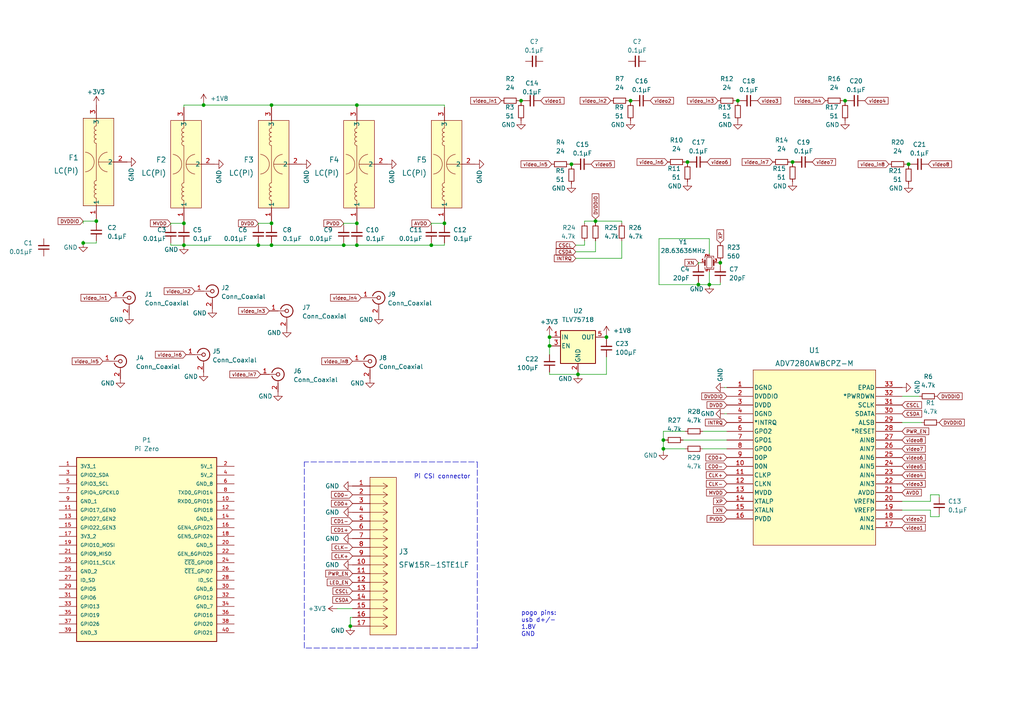
<source format=kicad_sch>
(kicad_sch (version 20211123) (generator eeschema)
  (paper "A4")
  (junction (at 101.6 181.61))
  (junction (at 202.565 82.55))
  (junction (at 192.405 130.175))
  (junction (at 208.915 76.2))
  (junction (at 78.74 30.48))
  (junction (at 103.505 71.12))
  (junction (at 151.13 29.21))
  (junction (at 24.13 70.485))
  (junction (at 245.11 29.21))
  (junction (at 103.505 64.77))
  (junction (at 125.095 71.12))
  (junction (at 263.525 47.625))
  (junction (at 159.385 97.79))
  (junction (at 175.895 97.79))
  (junction (at 128.905 64.77))
  (junction (at 59.055 30.48))
  (junction (at 53.34 64.77))
  (junction (at 53.34 71.12))
  (junction (at 553.085 153.035))
  (junction (at 182.88 29.21))
  (junction (at 229.87 46.99))
  (junction (at 159.385 100.33))
  (junction (at 103.505 30.48))
  (junction (at 192.405 127.635))
  (junction (at 172.72 64.135))
  (junction (at 165.735 47.625))
  (junction (at 167.64 108.585))
  (junction (at 205.74 82.55))
  (junction (at 403.225 64.77))
  (junction (at 213.995 29.21))
  (junction (at 74.93 71.12))
  (junction (at 516.255 86.995))
  (junction (at 78.74 64.77))
  (junction (at 27.94 64.135))
  (junction (at 553.085 155.575))
  (junction (at 99.695 71.12))
  (junction (at 78.74 71.12))
  (junction (at 199.39 46.99))
  (wire (pts (xy 59.055 30.48) (xy 78.74 30.48)))
  (wire (pts (xy 97.79 176.53) (xy 102.235 176.53)))
  (wire (pts (xy 263.525 48.26) (xy 263.525 47.625)))
  (wire (pts (xy 159.385 108.585) (xy 167.64 108.585)))
  (wire (pts (xy 213.36 29.21) (xy 213.995 29.21)))
  (wire (pts (xy 210.185 120.015) (xy 210.82 120.015)))
  (wire (pts (xy 175.895 103.505) (xy 175.895 108.585)))
  (wire (pts (xy 172.72 69.85) (xy 172.72 73.025)))
  (wire (pts (xy 552.45 153.035) (xy 553.085 153.035)))
  (wire (pts (xy 125.095 71.12) (xy 103.505 71.12)))
  (wire (pts (xy 125.095 70.485) (xy 125.095 71.12)))
  (wire (pts (xy 53.34 64.135) (xy 53.34 64.77)))
  (wire (pts (xy 169.545 64.135) (xy 172.72 64.135)))
  (wire (pts (xy 272.415 149.225) (xy 272.415 149.86)))
  (wire (pts (xy 125.095 64.77) (xy 128.905 64.77)))
  (wire (pts (xy 199.39 47.625) (xy 199.39 46.99)))
  (wire (pts (xy 103.505 30.48) (xy 128.905 30.48)))
  (wire (pts (xy 245.11 29.845) (xy 245.11 29.21)))
  (wire (pts (xy 159.385 97.79) (xy 160.02 97.79)))
  (wire (pts (xy 167.64 108.585) (xy 175.895 108.585)))
  (wire (pts (xy 172.72 73.025) (xy 167.005 73.025)))
  (wire (pts (xy 103.505 30.48) (xy 103.505 31.115)))
  (wire (pts (xy 516.255 86.995) (xy 516.89 86.995)))
  (wire (pts (xy 53.34 71.12) (xy 49.53 71.12)))
  (wire (pts (xy 552.45 155.575) (xy 553.085 155.575)))
  (wire (pts (xy 553.085 153.035) (xy 553.72 153.035)))
  (wire (pts (xy 172.72 63.5) (xy 172.72 64.135)))
  (wire (pts (xy 516.255 86.36) (xy 516.255 86.995)))
  (wire (pts (xy 261.62 145.415) (xy 269.875 145.415)))
  (wire (pts (xy 165.735 47.625) (xy 166.37 47.625)))
  (wire (pts (xy 49.53 64.77) (xy 53.34 64.77)))
  (wire (pts (xy 263.525 47.625) (xy 264.16 47.625)))
  (wire (pts (xy 172.72 64.135) (xy 180.34 64.135)))
  (polyline (pts (xy 88.265 133.985) (xy 89.535 133.985)))
  (wire (pts (xy 27.94 63.5) (xy 27.94 64.135)))
  (wire (pts (xy 244.475 29.21) (xy 245.11 29.21)))
  (wire (pts (xy 208.915 75.565) (xy 208.915 76.2)))
  (wire (pts (xy 198.755 46.99) (xy 199.39 46.99)))
  (wire (pts (xy 49.53 71.12) (xy 49.53 70.485)))
  (wire (pts (xy 403.225 74.93) (xy 401.32 74.93)))
  (wire (pts (xy 229.87 46.99) (xy 230.505 46.99)))
  (wire (pts (xy 169.545 69.85) (xy 169.545 71.12)))
  (wire (pts (xy 229.235 46.99) (xy 229.87 46.99)))
  (wire (pts (xy 103.505 71.12) (xy 99.695 71.12)))
  (wire (pts (xy 403.225 64.77) (xy 401.32 64.77)))
  (wire (pts (xy 269.875 145.415) (xy 269.875 143.51)))
  (wire (pts (xy 167.64 108.585) (xy 167.64 107.95)))
  (wire (pts (xy 510.54 94.615) (xy 516.89 94.615)))
  (polyline (pts (xy 138.43 133.985) (xy 138.43 187.96)))
  (wire (pts (xy 182.88 29.845) (xy 182.88 29.21)))
  (wire (pts (xy 180.34 74.93) (xy 167.005 74.93)))
  (wire (pts (xy 180.34 64.135) (xy 180.34 64.77)))
  (wire (pts (xy 261.62 147.955) (xy 269.875 147.955)))
  (wire (pts (xy 101.6 181.61) (xy 102.235 181.61)))
  (wire (pts (xy 74.93 70.485) (xy 74.93 71.12)))
  (wire (pts (xy 53.34 30.48) (xy 59.055 30.48)))
  (wire (pts (xy 202.565 81.915) (xy 202.565 82.55)))
  (wire (pts (xy 175.26 97.79) (xy 175.895 97.79)))
  (wire (pts (xy 24.13 64.135) (xy 27.94 64.135)))
  (wire (pts (xy 552.45 158.115) (xy 553.085 158.115)))
  (wire (pts (xy 516.255 86.995) (xy 515.62 86.995)))
  (wire (pts (xy 78.74 30.48) (xy 103.505 30.48)))
  (wire (pts (xy 272.415 143.51) (xy 272.415 144.145)))
  (wire (pts (xy 394.97 71.12) (xy 394.97 74.93)))
  (wire (pts (xy 198.755 125.095) (xy 192.405 125.095)))
  (wire (pts (xy 203.835 125.095) (xy 210.82 125.095)))
  (wire (pts (xy 159.385 107.95) (xy 159.385 108.585)))
  (wire (pts (xy 128.905 71.12) (xy 125.095 71.12)))
  (wire (pts (xy 394.97 64.77) (xy 394.97 66.04)))
  (wire (pts (xy 213.995 29.845) (xy 213.995 29.21)))
  (wire (pts (xy 447.675 80.01) (xy 441.96 80.01)))
  (wire (pts (xy 24.13 70.485) (xy 27.94 70.485)))
  (wire (pts (xy 202.565 82.55) (xy 205.74 82.55)))
  (wire (pts (xy 59.055 29.845) (xy 59.055 30.48)))
  (wire (pts (xy 74.93 71.12) (xy 53.34 71.12)))
  (wire (pts (xy 262.89 47.625) (xy 263.525 47.625)))
  (wire (pts (xy 175.895 97.79) (xy 175.895 98.425)))
  (wire (pts (xy 165.1 47.625) (xy 165.735 47.625)))
  (wire (pts (xy 24.13 64.77) (xy 24.13 64.135)))
  (wire (pts (xy 205.74 78.74) (xy 205.74 82.55)))
  (wire (pts (xy 160.02 100.33) (xy 159.385 100.33)))
  (wire (pts (xy 78.74 71.12) (xy 74.93 71.12)))
  (wire (pts (xy 198.12 127.635) (xy 210.82 127.635)))
  (wire (pts (xy 182.245 29.21) (xy 182.88 29.21)))
  (wire (pts (xy 403.225 67.31) (xy 403.225 64.77)))
  (wire (pts (xy 208.28 76.2) (xy 208.915 76.2)))
  (wire (pts (xy 192.405 130.81) (xy 192.405 130.175)))
  (wire (pts (xy 202.565 76.2) (xy 203.2 76.2)))
  (wire (pts (xy 99.695 71.12) (xy 78.74 71.12)))
  (wire (pts (xy 159.385 100.33) (xy 159.385 102.87)))
  (wire (pts (xy 128.905 70.485) (xy 128.905 71.12)))
  (wire (pts (xy 53.34 70.485) (xy 53.34 71.12)))
  (wire (pts (xy 159.385 100.33) (xy 159.385 97.79)))
  (wire (pts (xy 191.135 82.55) (xy 202.565 82.55)))
  (wire (pts (xy 125.095 65.405) (xy 125.095 64.77)))
  (wire (pts (xy 182.88 29.21) (xy 183.515 29.21)))
  (wire (pts (xy 202.565 76.835) (xy 202.565 76.2)))
  (wire (pts (xy 199.39 46.99) (xy 200.025 46.99)))
  (wire (pts (xy 203.835 130.175) (xy 210.82 130.175)))
  (wire (pts (xy 128.905 64.135) (xy 128.905 64.77)))
  (wire (pts (xy 78.74 70.485) (xy 78.74 71.12)))
  (wire (pts (xy 169.545 64.77) (xy 169.545 64.135)))
  (wire (pts (xy 49.53 65.405) (xy 49.53 64.77)))
  (wire (pts (xy 403.225 64.77) (xy 412.115 64.77)))
  (wire (pts (xy 103.505 64.77) (xy 103.505 65.405)))
  (wire (pts (xy 229.87 47.625) (xy 229.87 46.99)))
  (wire (pts (xy 151.13 29.845) (xy 151.13 29.21)))
  (wire (pts (xy 53.34 64.77) (xy 53.34 65.405)))
  (wire (pts (xy 272.415 149.86) (xy 269.875 149.86)))
  (wire (pts (xy 78.74 64.135) (xy 78.74 64.77)))
  (wire (pts (xy 192.405 125.095) (xy 192.405 127.635)))
  (wire (pts (xy 267.335 122.555) (xy 261.62 122.555)))
  (wire (pts (xy 102.235 179.07) (xy 101.6 179.07)))
  (wire (pts (xy 103.505 64.135) (xy 103.505 64.77)))
  (wire (pts (xy 553.085 155.575) (xy 553.085 153.035)))
  (wire (pts (xy 205.74 69.215) (xy 191.135 69.215)))
  (wire (pts (xy 99.695 70.485) (xy 99.695 71.12)))
  (wire (pts (xy 261.62 114.935) (xy 266.7 114.935)))
  (wire (pts (xy 269.875 143.51) (xy 272.415 143.51)))
  (wire (pts (xy 27.94 64.135) (xy 27.94 64.77)))
  (wire (pts (xy 245.11 29.21) (xy 245.745 29.21)))
  (polyline (pts (xy 88.265 187.96) (xy 88.265 133.985)))
  (wire (pts (xy 103.505 70.485) (xy 103.505 71.12)))
  (wire (pts (xy 192.405 127.635) (xy 193.04 127.635)))
  (wire (pts (xy 169.545 71.12) (xy 167.005 71.12)))
  (wire (pts (xy 159.385 97.155) (xy 159.385 97.79)))
  (wire (pts (xy 74.93 65.405) (xy 74.93 64.77)))
  (wire (pts (xy 213.995 29.21) (xy 214.63 29.21)))
  (wire (pts (xy 403.225 72.39) (xy 403.225 74.93)))
  (wire (pts (xy 509.27 86.995) (xy 510.54 86.995)))
  (wire (pts (xy 78.74 64.77) (xy 78.74 65.405)))
  (wire (pts (xy 99.695 64.77) (xy 103.505 64.77)))
  (wire (pts (xy 192.405 130.175) (xy 198.755 130.175)))
  (polyline (pts (xy 90.17 133.985) (xy 138.43 133.985)))
  (wire (pts (xy 27.94 70.485) (xy 27.94 69.85)))
  (wire (pts (xy 99.695 65.405) (xy 99.695 64.77)))
  (wire (pts (xy 78.74 30.48) (xy 78.74 31.115)))
  (wire (pts (xy 269.875 149.86) (xy 269.875 147.955)))
  (wire (pts (xy 210.185 112.395) (xy 210.82 112.395)))
  (wire (pts (xy 128.905 31.115) (xy 128.905 30.48)))
  (wire (pts (xy 151.13 29.21) (xy 151.765 29.21)))
  (wire (pts (xy 208.915 76.2) (xy 208.915 76.835)))
  (wire (pts (xy 172.72 64.135) (xy 172.72 64.77)))
  (wire (pts (xy 53.34 30.48) (xy 53.34 31.115)))
  (wire (pts (xy 515.62 102.235) (xy 516.89 102.235)))
  (wire (pts (xy 165.735 48.26) (xy 165.735 47.625)))
  (wire (pts (xy 553.085 158.115) (xy 553.085 155.575)))
  (wire (pts (xy 175.895 97.155) (xy 175.895 97.79)))
  (wire (pts (xy 396.24 64.77) (xy 394.97 64.77)))
  (wire (pts (xy 74.93 64.77) (xy 78.74 64.77)))
  (wire (pts (xy 396.24 74.93) (xy 394.97 74.93)))
  (wire (pts (xy 101.6 179.07) (xy 101.6 181.61)))
  (wire (pts (xy 150.495 29.21) (xy 151.13 29.21)))
  (wire (pts (xy 205.74 82.55) (xy 208.915 82.55)))
  (wire (pts (xy 128.905 64.77) (xy 128.905 65.405)))
  (wire (pts (xy 24.13 69.85) (xy 24.13 70.485)))
  (wire (pts (xy 192.405 127.635) (xy 192.405 130.175)))
  (wire (pts (xy 191.135 69.215) (xy 191.135 82.55)))
  (wire (pts (xy 205.74 73.66) (xy 205.74 69.215)))
  (wire (pts (xy 403.225 64.135) (xy 403.225 64.77)))
  (wire (pts (xy 208.915 82.55) (xy 208.915 81.915)))
  (wire (pts (xy 180.34 69.85) (xy 180.34 74.93)))
  (wire (pts (xy 417.195 64.77) (xy 431.8 64.77)))
  (polyline (pts (xy 138.43 187.96) (xy 88.265 187.96)))
  (text "pogo pins:\nusb d+/-\n1.8V\nGND" (at 151.13 184.785 0) (effects (font (size 1.27 1.27)) (justify left bottom)))
  (text "Pi CSI connector" (at 120.015 139.065 0) (effects (font (size 1.27 1.27)) (justify left bottom)))
  (global_label "ER+" (shape input) (at 464.185 139.065 180) (effects (font (size 1 1))) (property "Intersheet References" "${INTERSHEET_REFS}" (effects hide)))
  (global_label "CD1+" (shape input) (at 102.235 153.67 180) (effects (font (size 1 1))) (property "Intersheet References" "${INTERSHEET_REFS}" (effects hide)))
  (global_label "Vss" (shape input) (at 505.46 94.615 180) (effects (font (size 1 1))) (property "Intersheet References" "${INTERSHEET_REFS}" (effects hide)))
  (global_label "CLK-" (shape input) (at 210.82 140.335 180) (effects (font (size 1 1))) (property "Intersheet References" "${INTERSHEET_REFS}" (effects hide)))
  (global_label "DVDDIO" (shape input) (at 272.415 122.555 0) (effects (font (size 1 1))) (property "Intersheet References" "${INTERSHEET_REFS}" (effects hide)))
  (global_label "ET+" (shape input) (at 464.185 131.445 180) (effects (font (size 1 1))) (property "Intersheet References" "${INTERSHEET_REFS}" (effects hide)))
  (global_label "video_in4" (shape input) (at 239.395 29.21 180) (effects (font (size 1 1))) (property "Intersheet References" "${INTERSHEET_REFS}" (effects hide)))
  (global_label "video_in8" (shape input) (at 102.235 104.775 180) (effects (font (size 1 1))) (property "Intersheet References" "${INTERSHEET_REFS}" (effects hide)))
  (global_label "MVDD" (shape input) (at 49.53 64.77 180) (effects (font (size 1 1))) (property "Intersheet References" "${INTERSHEET_REFS}" (effects hide)))
  (global_label "CD0+" (shape input) (at 102.235 146.05 180) (effects (font (size 1 1))) (property "Intersheet References" "${INTERSHEET_REFS}" (effects hide)))
  (global_label "DVDDIO" (shape input) (at 271.78 114.935 0) (effects (font (size 1 1))) (property "Intersheet References" "${INTERSHEET_REFS}" (effects hide)))
  (global_label "video8" (shape input) (at 269.24 47.625 0) (effects (font (size 1 1))) (property "Intersheet References" "${INTERSHEET_REFS}" (effects hide)))
  (global_label "XN" (shape input) (at 210.82 147.955 180) (effects (font (size 1 1))) (property "Intersheet References" "${INTERSHEET_REFS}" (effects hide)))
  (global_label "video_in2" (shape input) (at 56.515 84.455 180) (effects (font (size 1 1))) (property "Intersheet References" "${INTERSHEET_REFS}" (effects hide)))
  (global_label "CD1-" (shape input) (at 102.235 151.13 180) (effects (font (size 1 1))) (property "Intersheet References" "${INTERSHEET_REFS}" (effects hide)))
  (global_label "CSDA" (shape input) (at 167.005 73.025 180) (effects (font (size 1 1))) (property "Intersheet References" "${INTERSHEET_REFS}" (effects hide)))
  (global_label "video1" (shape input) (at 261.62 153.035 0) (effects (font (size 1 1))) (property "Intersheet References" "${INTERSHEET_REFS}" (effects hide)))
  (global_label "video7" (shape input) (at 261.62 130.175 0) (effects (font (size 1 1))) (property "Intersheet References" "${INTERSHEET_REFS}" (effects hide)))
  (global_label "video4" (shape input) (at 250.825 29.21 0) (effects (font (size 1 1))) (property "Intersheet References" "${INTERSHEET_REFS}" (effects hide)))
  (global_label "video_in7" (shape input) (at 224.155 46.99 180) (effects (font (size 1 1))) (property "Intersheet References" "${INTERSHEET_REFS}" (effects hide)))
  (global_label "video2" (shape input) (at 261.62 150.495 0) (effects (font (size 1 1))) (property "Intersheet References" "${INTERSHEET_REFS}" (effects hide)))
  (global_label "video_in1" (shape input) (at 32.385 86.36 180) (effects (font (size 1 1))) (property "Intersheet References" "${INTERSHEET_REFS}" (effects hide)))
  (global_label "video1" (shape input) (at 156.845 29.21 0) (effects (font (size 1 1))) (property "Intersheet References" "${INTERSHEET_REFS}" (effects hide)))
  (global_label "PVDD" (shape input) (at 210.82 150.495 180) (effects (font (size 1 1))) (property "Intersheet References" "${INTERSHEET_REFS}" (effects hide)))
  (global_label "PoEGND" (shape input) (at 394.97 74.93 180) (effects (font (size 1 1))) (property "Intersheet References" "${INTERSHEET_REFS}" (effects hide)))
  (global_label "VSS" (shape input) (at 552.45 142.875 0) (effects (font (size 1 1))) (property "Intersheet References" "${INTERSHEET_REFS}" (effects hide)))
  (global_label "Vss" (shape input) (at 403.225 74.93 270) (effects (font (size 1 1))) (property "Intersheet References" "${INTERSHEET_REFS}" (effects hide)))
  (global_label "video2" (shape input) (at 188.595 29.21 0) (effects (font (size 1 1))) (property "Intersheet References" "${INTERSHEET_REFS}" (effects hide)))
  (global_label "DVDD" (shape input) (at 74.93 64.77 180) (effects (font (size 1 1))) (property "Intersheet References" "${INTERSHEET_REFS}" (effects hide)))
  (global_label "video_in7" (shape input) (at 75.565 108.585 180) (effects (font (size 1 1))) (property "Intersheet References" "${INTERSHEET_REFS}" (effects hide)))
  (global_label "ET-" (shape input) (at 366.395 128.905 180) (effects (font (size 1 1))) (property "Intersheet References" "${INTERSHEET_REFS}" (effects hide)))
  (global_label "LED_EN" (shape input) (at 102.235 168.91 180) (effects (font (size 1 1))) (property "Intersheet References" "${INTERSHEET_REFS}" (effects hide)))
  (global_label "PoEGND" (shape input) (at 469.265 100.965 0) (effects (font (size 1 1))) (property "Intersheet References" "${INTERSHEET_REFS}" (effects hide)))
  (global_label "CSCL" (shape input) (at 167.005 71.12 180) (effects (font (size 1 1))) (property "Intersheet References" "${INTERSHEET_REFS}" (effects hide)))
  (global_label "video3" (shape input) (at 261.62 140.335 0) (effects (font (size 1 1))) (property "Intersheet References" "${INTERSHEET_REFS}" (effects hide)))
  (global_label "AVDD" (shape input) (at 125.095 64.77 180) (effects (font (size 1 1))) (property "Intersheet References" "${INTERSHEET_REFS}" (effects hide)))
  (global_label "video_in5" (shape input) (at 160.02 47.625 180) (effects (font (size 1 1))) (property "Intersheet References" "${INTERSHEET_REFS}" (effects hide)))
  (global_label "ER-" (shape input) (at 464.185 144.145 180) (effects (font (size 1 1))) (property "Intersheet References" "${INTERSHEET_REFS}" (effects hide)))
  (global_label "video5" (shape input) (at 171.45 47.625 0) (effects (font (size 1 1))) (property "Intersheet References" "${INTERSHEET_REFS}" (effects hide)))
  (global_label "PoEVDD" (shape input) (at 454.025 100.965 180) (effects (font (size 1 1))) (property "Intersheet References" "${INTERSHEET_REFS}" (effects hide)))
  (global_label "ER-" (shape input) (at 366.395 136.525 180) (effects (font (size 1 1))) (property "Intersheet References" "${INTERSHEET_REFS}" (effects hide)))
  (global_label "sw" (shape input) (at 552.45 94.615 0) (effects (font (size 1 1))) (property "Intersheet References" "${INTERSHEET_REFS}" (effects hide)))
  (global_label "ET+" (shape input) (at 366.395 131.445 180) (effects (font (size 1 1))) (property "Intersheet References" "${INTERSHEET_REFS}" (effects hide)))
  (global_label "ET-" (shape input) (at 464.185 136.525 180) (effects (font (size 1 1))) (property "Intersheet References" "${INTERSHEET_REFS}" (effects hide)))
  (global_label "video_in3" (shape input) (at 78.105 90.17 180) (effects (font (size 1 1))) (property "Intersheet References" "${INTERSHEET_REFS}" (effects hide)))
  (global_label "ER+" (shape input) (at 366.395 133.985 180) (effects (font (size 1 1))) (property "Intersheet References" "${INTERSHEET_REFS}" (effects hide)))
  (global_label "CLK-" (shape input) (at 102.235 158.75 180) (effects (font (size 1 1))) (property "Intersheet References" "${INTERSHEET_REFS}" (effects hide)))
  (global_label "sw" (shape input) (at 552.45 92.075 0) (effects (font (size 1 1))) (property "Intersheet References" "${INTERSHEET_REFS}" (effects hide)))
  (global_label "PoEVDD" (shape input) (at 394.97 64.77 180) (effects (font (size 1 1))) (property "Intersheet References" "${INTERSHEET_REFS}" (effects hide)))
  (global_label "CLK+" (shape input) (at 210.82 137.795 180) (effects (font (size 1 1))) (property "Intersheet References" "${INTERSHEET_REFS}" (effects hide)))
  (global_label "AVDD" (shape input) (at 261.62 142.875 0) (effects (font (size 1 1))) (property "Intersheet References" "${INTERSHEET_REFS}" (effects hide)))
  (global_label "XN" (shape input) (at 202.565 76.2 180) (effects (font (size 1 1))) (property "Intersheet References" "${INTERSHEET_REFS}" (effects hide)))
  (global_label "CD0-" (shape input) (at 102.235 143.51 180) (effects (font (size 1 1))) (property "Intersheet References" "${INTERSHEET_REFS}" (effects hide)))
  (global_label "video5" (shape input) (at 261.62 135.255 0) (effects (font (size 1 1))) (property "Intersheet References" "${INTERSHEET_REFS}" (effects hide)))
  (global_label "CSCL" (shape input) (at 261.62 117.475 0) (effects (font (size 1 1))) (property "Intersheet References" "${INTERSHEET_REFS}" (effects hide)))
  (global_label "CT2" (shape input) (at 461.645 93.345 90) (effects (font (size 1 1))) (property "Intersheet References" "${INTERSHEET_REFS}" (effects hide)))
  (global_label "CT1" (shape input) (at 461.645 108.585 270) (effects (font (size 1 1))) (property "Intersheet References" "${INTERSHEET_REFS}" (effects hide)))
  (global_label "video8" (shape input) (at 261.62 127.635 0) (effects (font (size 1 1))) (property "Intersheet References" "${INTERSHEET_REFS}" (effects hide)))
  (global_label "video_in2" (shape input) (at 177.165 29.21 180) (effects (font (size 1 1))) (property "Intersheet References" "${INTERSHEET_REFS}" (effects hide)))
  (global_label "CSDA" (shape input) (at 261.62 120.015 0) (effects (font (size 1 1))) (property "Intersheet References" "${INTERSHEET_REFS}" (effects hide)))
  (global_label "INTRQ" (shape input) (at 210.82 122.555 180) (effects (font (size 1 1))) (property "Intersheet References" "${INTERSHEET_REFS}" (effects hide)))
  (global_label "sw" (shape input) (at 431.8 72.39 180) (effects (font (size 1 1))) (property "Intersheet References" "${INTERSHEET_REFS}" (effects hide)))
  (global_label "CSCL" (shape input) (at 102.235 171.45 180) (effects (font (size 1 1))) (property "Intersheet References" "${INTERSHEET_REFS}" (effects hide)))
  (global_label "CSDA" (shape input) (at 102.235 173.99 180) (effects (font (size 1 1))) (property "Intersheet References" "${INTERSHEET_REFS}" (effects hide)))
  (global_label "video_in5" (shape input) (at 29.845 104.775 180) (effects (font (size 1 1))) (property "Intersheet References" "${INTERSHEET_REFS}" (effects hide)))
  (global_label "CLK+" (shape input) (at 102.235 161.29 180) (effects (font (size 1 1))) (property "Intersheet References" "${INTERSHEET_REFS}" (effects hide)))
  (global_label "CD0+" (shape input) (at 210.82 132.715 180) (effects (font (size 1 1))) (property "Intersheet References" "${INTERSHEET_REFS}" (effects hide)))
  (global_label "video_in8" (shape input) (at 257.81 47.625 180) (effects (font (size 1 1))) (property "Intersheet References" "${INTERSHEET_REFS}" (effects hide)))
  (global_label "CD0-" (shape input) (at 210.82 135.255 180) (effects (font (size 1 1))) (property "Intersheet References" "${INTERSHEET_REFS}" (effects hide)))
  (global_label "VSS" (shape input) (at 552.45 145.415 0) (effects (font (size 1 1))) (property "Intersheet References" "${INTERSHEET_REFS}" (effects hide)))
  (global_label "video_in6" (shape input) (at 193.675 46.99 180) (effects (font (size 1 1))) (property "Intersheet References" "${INTERSHEET_REFS}" (effects hide)))
  (global_label "video_in4" (shape input) (at 104.775 86.36 180) (effects (font (size 1 1))) (property "Intersheet References" "${INTERSHEET_REFS}" (effects hide)))
  (global_label "INTRQ" (shape input) (at 167.005 74.93 180) (effects (font (size 1 1))) (property "Intersheet References" "${INTERSHEET_REFS}" (effects hide)))
  (global_label "DVDDIO" (shape input) (at 210.82 114.935 180) (effects (font (size 1 1))) (property "Intersheet References" "${INTERSHEET_REFS}" (effects hide)))
  (global_label "PWR_EN" (shape input) (at 102.235 166.37 180) (effects (font (size 1 1))) (property "Intersheet References" "${INTERSHEET_REFS}" (effects hide)))
  (global_label "DVDDIO" (shape input) (at 172.72 63.5 90) (effects (font (size 1 1))) (property "Intersheet References" "${INTERSHEET_REFS}" (effects hide)))
  (global_label "CT1" (shape input) (at 464.185 133.985 180) (effects (font (size 1 1))) (property "Intersheet References" "${INTERSHEET_REFS}" (effects hide)))
  (global_label "PVDD" (shape input) (at 99.695 64.77 180) (effects (font (size 1 1))) (property "Intersheet References" "${INTERSHEET_REFS}" (effects hide)))
  (global_label "DVDD" (shape input) (at 210.82 117.475 180) (effects (font (size 1 1))) (property "Intersheet References" "${INTERSHEET_REFS}" (effects hide)))
  (global_label "video3" (shape input) (at 219.71 29.21 0) (effects (font (size 1 1))) (property "Intersheet References" "${INTERSHEET_REFS}" (effects hide)))
  (global_label "PWR_EN" (shape input) (at 261.62 125.095 0) (effects (font (size 1 1))) (property "Intersheet References" "${INTERSHEET_REFS}" (effects hide)))
  (global_label "video6" (shape input) (at 205.105 46.99 0) (effects (font (size 1 1))) (property "Intersheet References" "${INTERSHEET_REFS}" (effects hide)))
  (global_label "video_in3" (shape input) (at 208.28 29.21 180) (effects (font (size 1 1))) (property "Intersheet References" "${INTERSHEET_REFS}" (effects hide)))
  (global_label "video7" (shape input) (at 235.585 46.99 0) (effects (font (size 1 1))) (property "Intersheet References" "${INTERSHEET_REFS}" (effects hide)))
  (global_label "video4" (shape input) (at 261.62 137.795 0) (effects (font (size 1 1))) (property "Intersheet References" "${INTERSHEET_REFS}" (effects hide)))
  (global_label "video6" (shape input) (at 261.62 132.715 0) (effects (font (size 1 1))) (property "Intersheet References" "${INTERSHEET_REFS}" (effects hide)))
  (global_label "DVDDIO" (shape input) (at 24.13 64.135 180) (effects (font (size 1 1))) (property "Intersheet References" "${INTERSHEET_REFS}" (effects hide)))
  (global_label "video_in6" (shape input) (at 53.975 102.87 180) (effects (font (size 1 1))) (property "Intersheet References" "${INTERSHEET_REFS}" (effects hide)))
  (global_label "video_in1" (shape input) (at 145.415 29.21 180) (effects (font (size 1 1))) (property "Intersheet References" "${INTERSHEET_REFS}" (effects hide)))
  (global_label "CT2" (shape input) (at 464.185 141.605 180) (effects (font (size 1 1))) (property "Intersheet References" "${INTERSHEET_REFS}" (effects hide)))
  (global_label "XP" (shape input) (at 208.915 70.485 90) (effects (font (size 1 1))) (property "Intersheet References" "${INTERSHEET_REFS}" (effects hide)))
  (global_label "XP" (shape input) (at 210.82 145.415 180) (effects (font (size 1 1))) (property "Intersheet References" "${INTERSHEET_REFS}" (effects hide)))
  (global_label "MVDD" (shape input) (at 210.82 142.875 180) (effects (font (size 1 1))) (property "Intersheet References" "${INTERSHEET_REFS}" (effects hide)))
  (symbol (lib_id "power:GND") (at 261.62 112.395 90) (unit 1)
    (property "Reference" "#PWR0113" (effects hide))
    (property "Value" "GND" (at 266.065 114.3 0) (effects (justify left)))
  )
  (symbol (lib_id "Device:C_Small") (at 248.285 29.21 270) (unit 1)
    (property "Reference" "C20" (at 248.2786 23.495 90))
    (property "Value" "0.1μF" (at 248.2786 26.035 90))
    (property "Footprint" "AU:R_0201_0603Metric" (effects hide))
    (property "MPN" "GRM033Z71C104KE14D" (effects hide))
    (property "Manufacturer" "Murata Electronics" (effects hide))
    (property "Temp Coeff" "X7R" (effects hide))
    (property "Tolerance" "10%" (effects hide))
    (property "Voltage" "16V" (effects hide))
  )
  (symbol (lib_id "Device:C_Small") (at 272.415 146.685 180) (unit 1)
    (property "Reference" "C13" (at 274.955 145.4085 0) (effects (justify right)))
    (property "Value" "0.1μF" (at 274.955 147.9485 0) (effects (justify right)))
    (property "Footprint" "Capacitor_SMD:C_0402_1005Metric" (effects hide))
    (property "MPN" "CC0402KRX7R7BB104" (effects hide))
    (property "Manufacturer" "YAGEO" (effects hide))
    (property "Temp Coeff" "X7R" (effects hide))
    (property "Tolerance" "10%" (effects hide))
    (property "Voltage" "16V" (effects hide))
    (property "JLCPCB PN" "C60474" (effects hide))
  )
  (symbol (lib_id "power:GND") (at 61.595 89.535 0) (unit 1)
    (property "Reference" "#PWR0127" (effects hide))
    (property "Value" "GND" (at 55.88 90.805 0) (effects (justify left)))
  )
  (symbol (lib_id "Device:C_Small") (at 49.53 67.945 0) (mirror x) (unit 1)
    (property "Reference" "C3" (at 48.26 66.6685 0) (effects (justify right)))
    (property "Value" "0.01μF" (at 48.26 69.2085 0) (effects (justify right)))
    (property "Footprint" "Capacitor_SMD:C_0402_1005Metric" (effects hide))
    (property "MPN" "CL05B103KB5NNNC" (effects hide))
    (property "Manufacturer" "Samsung Electro-Mechanics" (effects hide))
    (property "Voltage" "50V" (effects hide))
    (property "Tolerance" "10%" (effects hide))
    (property "Temp. Coeff." "X7R" (effects hide))
    (property "JLCPCB PN" "C15195" (effects hide))
  )
  (symbol (lib_id "power:+1V8") (at 59.055 29.845 0) (unit 1)
    (property "Reference" "#PWR0130" (effects hide))
    (property "Value" "+1V8" (at 60.96 28.5749 0) (effects (justify left)))
  )
  (symbol (lib_id "power:GND") (at 107.315 109.855 0) (unit 1)
    (property "Reference" "#PWR0141" (effects hide))
    (property "Value" "GND" (at 101.6 111.125 0) (effects (justify left)))
  )
  (symbol (lib_id "Device:R_Small") (at 151.13 32.385 0) (mirror y) (unit 1)
    (property "Reference" "R3" (at 149.225 31.1149 0) (effects (justify left)))
    (property "Value" "51" (at 149.225 33.6549 0) (effects (justify left)))
    (property "Footprint" "Resistor_SMD:R_0402_1005Metric" (effects hide))
    (property "MPN" "RT0402FRE0751RL" (effects hide))
    (property "Manufacturer" "YAGEO" (effects hide))
    (property "Tolerance" "1%" (effects hide))
    (property "Power" "1/16W" (effects hide))
    (property "JLCPCB PN" "C227127" (effects hide))
  )
  (symbol (lib_id "AU:NFE31PT101C1E9L") (at 103.505 67.945 90) (unit 1)
    (property "Reference" "F4" (at 98.425 46.355 90) (effects (font (size 1.524 1.524)) (justify left)))
    (property "Value" "LC(PI)" (at 98.425 50.165 90) (effects (font (size 1.524 1.524)) (justify left)))
    (property "Footprint" "AU:NFE31PT101C1E9L_MUR" (effects hide))
    (property "MPN" "NFE31PT101C1E9L" (effects hide))
    (property "Manufacturer" "Murata Electronics" (effects hide))
  )
  (symbol (lib_id "power:GND") (at 36.83 46.99 90) (unit 1)
    (property "Reference" "#PWR0134" (effects hide))
    (property "Value" "GND" (at 38.1 52.705 0) (effects (justify left)))
  )
  (symbol (lib_id "Device:R_Small") (at 263.525 50.8 0) (mirror y) (unit 1)
    (property "Reference" "R21" (at 261.62 49.5299 0) (effects (justify left)))
    (property "Value" "51" (at 261.62 52.0699 0) (effects (justify left)))
    (property "Footprint" "Resistor_SMD:R_0201_0603Metric" (effects hide))
    (property "MPN" "RMCF0201FT51R0" (effects hide))
    (property "Manufacturer" "Stackpole Electronics Inc" (effects hide))
    (property "Tolerance" "1%" (effects hide))
    (property "Power" "1/20W" (effects hide))
  )
  (symbol (lib_id "power:GND") (at 263.525 53.34 0) (unit 1)
    (property "Reference" "#PWR0111" (effects hide))
    (property "Value" "GND" (at 257.81 54.61 0) (effects (justify left)))
  )
  (symbol (lib_id "Device:C_Small") (at 217.17 29.21 270) (unit 1)
    (property "Reference" "C18" (at 217.1636 23.495 90))
    (property "Value" "0.1μF" (at 217.1636 26.035 90))
    (property "Footprint" "AU:R_0201_0603Metric" (effects hide))
    (property "MPN" "GRM033Z71C104KE14D" (effects hide))
    (property "Manufacturer" "Murata Electronics" (effects hide))
    (property "Temp Coeff" "X7R" (effects hide))
    (property "Tolerance" "10%" (effects hide))
    (property "Voltage" "16V" (effects hide))
  )
  (symbol (lib_id "power:GND") (at 102.235 148.59 270) (unit 1)
    (property "Reference" "#PWR0102" (effects hide))
    (property "Value" "GND" (at 98.425 148.5899 90) (effects (justify right)))
  )
  (symbol (lib_id "AU:ADV7280AWBCPZ-M") (at 210.82 112.395 0) (unit 1)
    (property "Reference" "U1" (at 236.22 101.6 0) (effects (font (size 1.524 1.524))))
    (property "Value" "ADV7280AWBCPZ-M" (at 236.22 105.41 0) (effects (font (size 1.524 1.524))))
    (property "Footprint" "AU:CP_32_12_ADI" (effects hide))
    (property "Datasheet" "ADV7280AWBCPZ-M-RL" (effects hide))
  )
  (symbol (lib_id "power:GND") (at 205.74 82.55 0) (unit 1)
    (property "Reference" "#PWR0129" (effects hide))
    (property "Value" "GND" (at 200.025 83.82 0) (effects (justify left)))
  )
  (symbol (lib_id "Device:D_Small") (at 450.215 80.01 180) (unit 1)
    (property "Reference" "D5" (at 450.215 73.66 0))
    (property "Value" "SBR8U60P5-13" (at 450.215 76.2 0))
    (property "MPN" "SBR8U60P5-13" (effects hide))
    (property "Manufacturer" "Diodes Incorporated" (effects hide))
  )
  (symbol (lib_id "power:+3.3V") (at 27.94 30.48 0) (unit 1)
    (property "Reference" "#PWR0124" (effects hide))
    (property "Value" "+3.3V" (at 30.48 26.67 0) (effects (justify right)))
  )
  (symbol (lib_id "Device:C_Small") (at 168.91 47.625 270) (unit 1)
    (property "Reference" "C15" (at 168.9036 41.91 90))
    (property "Value" "0.1μF" (at 168.9036 44.45 90))
    (property "Footprint" "AU:R_0201_0603Metric" (effects hide))
    (property "MPN" "GRM033Z71C104KE14D" (effects hide))
    (property "Manufacturer" "Murata Electronics" (effects hide))
    (property "Temp Coeff" "X7R" (effects hide))
    (property "Tolerance" "10%" (effects hide))
    (property "Voltage" "16V" (effects hide))
  )
  (symbol (lib_id "AU:NFE31PT101C1E9L") (at 53.34 67.945 90) (unit 1)
    (property "Reference" "F2" (at 48.26 46.355 90) (effects (font (size 1.524 1.524)) (justify left)))
    (property "Value" "LC(PI)" (at 48.26 50.165 90) (effects (font (size 1.524 1.524)) (justify left)))
    (property "Footprint" "AU:NFE31PT101C1E9L_MUR" (effects hide))
    (property "MPN" "NFE31PT101C1E9L" (effects hide))
    (property "Manufacturer" "Murata Electronics" (effects hide))
  )
  (symbol (lib_id "Device:C_Small") (at 394.97 68.58 0) (mirror x) (unit 1)
    (property "Reference" "C28" (at 391.795 67.3035 0) (effects (justify right)))
    (property "Value" "0.01μF" (at 391.795 69.8435 0) (effects (justify right)))
    (property "Footprint" "Capacitor_SMD:C_0402_1005Metric" (effects hide))
    (property "MPN" "CL05B103KB5NNNC" (effects hide))
    (property "Manufacturer" "Samsung Electro-Mechanics" (effects hide))
    (property "Voltage" "50V" (effects hide))
    (property "Tolerance" "10%" (effects hide))
    (property "Temp. Coeff." "X7R" (effects hide))
    (property "JLCPCB PN" "C15195" (effects hide))
  )
  (symbol (lib_id "Device:C_Small") (at 266.7 47.625 270) (unit 1)
    (property "Reference" "C21" (at 266.6936 41.91 90))
    (property "Value" "0.1μF" (at 266.6936 44.45 90))
    (property "Footprint" "AU:R_0201_0603Metric" (effects hide))
    (property "MPN" "GRM033Z71C104KE14D" (effects hide))
    (property "Manufacturer" "Murata Electronics" (effects hide))
    (property "Temp Coeff" "X7R" (effects hide))
    (property "Tolerance" "10%" (effects hide))
    (property "Voltage" "16V" (effects hide))
  )
  (symbol (lib_id "Device:R_Small") (at 241.935 29.21 90) (unit 1)
    (property "Reference" "R16" (at 241.935 22.86 90))
    (property "Value" "24" (at 241.935 25.4 90))
    (property "Footprint" "Resistor_SMD:R_0201_0603Metric" (effects hide))
    (property "MPN" "ERJ-1GNF24R0C" (effects hide))
    (property "Manufacturer" "Panasonic Electronic Components" (effects hide))
    (property "Tolerance" "1%" (effects hide))
    (property "Power" "1/20W" (effects hide))
  )
  (symbol (lib_id "Device:C_Small") (at 175.895 100.965 180) (unit 1)
    (property "Reference" "C23" (at 178.435 99.6885 0) (effects (justify right)))
    (property "Value" "100μF" (at 178.435 102.2285 0) (effects (justify right)))
    (property "Footprint" "Capacitor_SMD:C_0805_2012Metric" (effects hide))
    (property "MPN" "MSASJ21GBB5107MTCA01" (effects hide))
    (property "Manufacturer" "Taiyo Yuden" (effects hide))
  )
  (symbol (lib_id "power:GNDA") (at 441.96 69.85 90) (unit 1)
    (property "Reference" "#PWR0137" (effects hide))
    (property "Value" "GNDA" (at 445.77 69.8499 90) (effects (justify right)))
  )
  (symbol (lib_id "Device:C_Small") (at 186.055 29.21 270) (unit 1)
    (property "Reference" "C16" (at 186.0486 23.495 90))
    (property "Value" "0.1μF" (at 186.0486 26.035 90))
    (property "Footprint" "Capacitor_SMD:C_0402_1005Metric" (effects hide))
    (property "MPN" "CC0402KRX7R7BB104" (effects hide))
    (property "Manufacturer" "YAGEO" (effects hide))
    (property "Temp Coeff" "X7R" (effects hide))
    (property "Tolerance" "10%" (effects hide))
    (property "Voltage" "16V" (effects hide))
    (property "JLCPCB PN" "C60474" (effects hide))
  )
  (symbol (lib_id "Device:C_Small") (at 202.565 79.375 0) (mirror x) (unit 1)
    (property "Reference" "C4" (at 200.025 78.0985 0) (effects (justify right)))
    (property "Value" "20pF" (at 200.025 80.6385 0) (effects (justify right)))
    (property "Footprint" "Capacitor_SMD:C_0402_1005Metric" (effects hide))
    (property "MPN" "GRT1555C1H200FA02D" (effects hide))
    (property "Manufacturer" "Murata Electronics" (effects hide))
    (property "Temp Coeff" "C0G/NP0" (effects hide))
    (property "Tolerance" "1%" (effects hide))
    (property "JLCPCB PN" "C437436" (effects hide))
  )
  (symbol (lib_id "power:GND") (at 109.855 91.44 0) (unit 1)
    (property "Reference" "#PWR0140" (effects hide))
    (property "Value" "GND" (at 104.14 92.71 0) (effects (justify left)))
  )
  (symbol (lib_id "power:GND") (at 167.64 108.585 0) (unit 1)
    (property "Reference" "#PWR0115" (effects hide))
    (property "Value" "GND" (at 161.925 109.855 0) (effects (justify left)))
  )
  (symbol (lib_id "power:GND") (at 182.88 34.925 0) (unit 1)
    (property "Reference" "#PWR0112" (effects hide))
    (property "Value" "GND" (at 177.165 36.195 0) (effects (justify left)))
  )
  (symbol (lib_id "Device:C_Small") (at 403.225 69.85 0) (unit 1)
    (property "Reference" "C29" (at 406.4 68.5862 0) (effects (justify left)))
    (property "Value" "0.01μF" (at 406.4 71.1262 0) (effects (justify left)))
    (property "Footprint" "Capacitor_SMD:C_0402_1005Metric" (effects hide))
    (property "MPN" "CL05B103KB5NNNC" (effects hide))
    (property "Manufacturer" "Samsung Electro-Mechanics" (effects hide))
    (property "Voltage" "50V" (effects hide))
    (property "Tolerance" "10%" (effects hide))
    (property "Temp. Coeff." "X7R" (effects hide))
    (property "JLCPCB PN" "C15195" (effects hide))
  )
  (symbol (lib_id "Diode_Bridge:DF01S1") (at 461.645 100.965 180) (unit 1)
    (property "Reference" "D4" (at 454.66 107.95 0))
    (property "Value" "BR" (at 456.565 106.045 0))
    (property "Footprint" "Diode_SMD:Diode_Bridge_Diotec_SO-DIL-Slim" (effects hide))
    (property "Datasheet" "https://www.onsemi.com/download/data-sheet/pdf/df10s-d.pdf" (effects hide))
    (property "MPN" "B125S15A" (effects hide))
    (property "Manufacturer" "Diotec Semiconductor" (effects hide))
    (property "Alt PN" "DF02S" (effects hide))
  )
  (symbol (lib_id "Connector:Conn_Coaxial") (at 37.465 86.36 0) (unit 1)
    (property "Reference" "J1" (at 41.91 85.3831 0) (effects (justify left)))
    (property "Value" "Conn_Coaxial" (at 41.91 87.9231 0) (effects (justify left)))
    (property "Footprint" "Connector_Coaxial:SMA_Amphenol_901-144_Vertical" (effects hide))
    (property "Datasheet" " ~" (effects hide))
  )
  (symbol (lib_id "AU:NFE31PT101C1E9L") (at 128.905 67.945 90) (unit 1)
    (property "Reference" "F5" (at 123.825 46.355 90) (effects (font (size 1.524 1.524)) (justify left)))
    (property "Value" "LC(PI)" (at 123.825 50.165 90) (effects (font (size 1.524 1.524)) (justify left)))
    (property "Footprint" "AU:NFE31PT101C1E9L_MUR" (effects hide))
    (property "MPN" "NFE31PT101C1E9L" (effects hide))
    (property "Manufacturer" "Murata Electronics" (effects hide))
  )
  (symbol (lib_id "Device:C_Small") (at 184.785 17.78 270) (unit 1)
    (property "Reference" "C?" (at 184.7786 12.065 90))
    (property "Value" "0.1μF" (at 184.7786 14.605 90))
    (property "Footprint" "AU:R_0201_0603Metric" (effects hide))
    (property "MPN" "GRM033Z71C104KE14D" (effects hide))
    (property "Manufacturer" "Murata Electronics" (effects hide))
    (property "Temp Coeff" "X7R" (effects hide))
    (property "Tolerance" "10%" (effects hide))
    (property "Voltage" "16V" (effects hide))
  )
  (symbol (lib_id "Device:C_Small") (at 74.93 67.945 0) (mirror x) (unit 1)
    (property "Reference" "C6" (at 71.755 66.6685 0) (effects (justify right)))
    (property "Value" "0.01μF" (at 71.755 69.2085 0) (effects (justify right)))
    (property "Footprint" "Capacitor_SMD:C_0402_1005Metric" (effects hide))
    (property "MPN" "CL05B103KB5NNNC" (effects hide))
    (property "Manufacturer" "Samsung Electro-Mechanics" (effects hide))
    (property "Voltage" "50V" (effects hide))
    (property "Tolerance" "10%" (effects hide))
    (property "Temp. Coeff." "X7R" (effects hide))
    (property "JLCPCB PN" "C15195" (effects hide))
  )
  (symbol (lib_id "power:VDD") (at 552.45 79.375 270) (unit 1)
    (property "Reference" "#PWR0126" (effects hide))
    (property "Value" "VDD" (at 556.26 79.3749 0) (effects (justify left)))
  )
  (symbol (lib_id "Device:D_Schottky") (at 488.315 88.9 0) (unit 1)
    (property "Reference" "D2" (at 487.9975 82.55 0))
    (property "Value" "BAT46W" (at 487.9975 85.09 0))
    (property "Footprint" "Diode_SMD:D_SOD-123" (effects hide))
    (property "MPN" "BAT46W" (effects hide))
    (property "Manufacturer" "Diotec Semiconductor" (effects hide))
    (property "Reverse Voltage" "100V" (effects hide))
  )
  (symbol (lib_id "power:+3.3V") (at 159.385 97.155 0) (unit 1)
    (property "Reference" "#PWR0135" (effects hide))
    (property "Value" "+3.3V" (at 161.925 93.345 0) (effects (justify right)))
  )
  (symbol (lib_id "Connector:Conn_Coaxial") (at 109.855 86.36 0) (unit 1)
    (property "Reference" "J9" (at 112.395 85.3831 0) (effects (justify left)))
    (property "Value" "Conn_Coaxial" (at 112.395 87.9231 0) (effects (justify left)))
    (property "Footprint" "Connector_Coaxial:SMA_Amphenol_901-144_Vertical" (effects hide))
    (property "Datasheet" " ~" (effects hide))
  )
  (symbol (lib_id "Regulator_Linear:TLV75718PDBV") (at 167.64 100.33 0) (unit 1)
    (property "Reference" "U2" (at 167.64 90.17 0))
    (property "Value" "TLV75718" (at 167.64 92.71 0))
    (property "Footprint" "Package_TO_SOT_SMD:SOT-23-5" (effects hide))
    (property "Datasheet" "https://www.ti.com/lit/ds/symlink/tlv757p.pdf" (effects hide))
    (property "JLCPCB PN" "C507270" (effects hide))
  )
  (symbol (lib_id "power:GND") (at 80.645 113.665 0) (unit 1)
    (property "Reference" "#PWR0143" (effects hide))
    (property "Value" "GND" (at 74.93 114.935 0) (effects (justify left)))
  )
  (symbol (lib_id "power:GND") (at 102.235 163.83 270) (unit 1)
    (property "Reference" "#PWR0106" (effects hide))
    (property "Value" "GND" (at 98.425 163.8299 90) (effects (justify right)))
  )
  (symbol (lib_id "Device:C_Small") (at 159.385 105.41 0) (mirror x) (unit 1)
    (property "Reference" "C22" (at 156.21 104.1335 0) (effects (justify right)))
    (property "Value" "100μF" (at 156.21 106.6735 0) (effects (justify right)))
    (property "Footprint" "Capacitor_SMD:C_0805_2012Metric" (effects hide))
    (property "MPN" "MSASJ21GBB5107MTCA01" (effects hide))
    (property "Manufacturer" "Taiyo Yuden" (effects hide))
  )
  (symbol (lib_id "power:GND") (at 165.735 53.34 0) (unit 1)
    (property "Reference" "#PWR0114" (effects hide))
    (property "Value" "GND" (at 160.02 54.61 0) (effects (justify left)))
  )
  (symbol (lib_id "Device:R_Small") (at 162.56 47.625 90) (unit 1)
    (property "Reference" "R4" (at 162.56 41.275 90))
    (property "Value" "24" (at 162.56 43.815 90))
    (property "Footprint" "Resistor_SMD:R_0201_0603Metric" (effects hide))
    (property "MPN" "ERJ-1GNF24R0C" (effects hide))
    (property "Manufacturer" "Panasonic Electronic Components" (effects hide))
    (property "Tolerance" "1%" (effects hide))
    (property "Power" "1/20W" (effects hide))
  )
  (symbol (lib_id "power:GND") (at 112.395 47.625 90) (unit 1)
    (property "Reference" "#PWR0122" (effects hide))
    (property "Value" "GND" (at 113.665 53.34 0) (effects (justify left)))
  )
  (symbol (lib_id "AU:MP8007GV-Z") (at 534.67 114.935 0) (unit 1)
    (property "Reference" "U4" (at 534.67 71.755 0))
    (property "Value" "MP8007GV-Z" (at 534.67 74.295 0))
    (property "Footprint" "AU:QFN50P500X400X100-29N" (effects hide))
    (property "B_NOM" "0.24" (effects hide))
    (property "D_MAX" "5.1" (effects hide))
    (property "B_MIN" "0.18" (effects hide))
    (property "B_MAX" "0.3" (effects hide))
    (property "ENOM" "0.5" (effects hide))
    (property "D_NOM" "5.0" (effects hide))
    (property "L_MAX" "0.45" (effects hide))
    (property "A_MAX" "1.0" (effects hide))
    (property "E2_NOM" "2.65" (effects hide))
    (property "D2_NOM" "3.65" (effects hide))
    (property "E_NOM" "4.0" (effects hide))
    (property "STANDARD" "IPC 7351B" (effects hide))
    (property "L_NOM" "0.4" (effects hide))
    (property "MANUFACTURER" "Monolithic Power Systems Inc." (effects hide))
    (property "PIN_COUNT_E" "6.0" (effects hide))
    (property "PIN_COUNT_D" "8.0" (effects hide))
    (property "E_MIN" "3.9" (effects hide))
    (property "D_MIN" "4.9" (effects hide))
    (property "L_MIN" "0.35" (effects hide))
    (property "E_MAX" "4.1" (effects hide))
  )
  (symbol (lib_id "power:GND") (at 53.34 71.12 0) (unit 1)
    (property "Reference" "#PWR0119" (effects hide))
    (property "Value" "GND" (at 47.625 72.39 0) (effects (justify left)))
  )
  (symbol (lib_id "Device:R_Small") (at 269.875 122.555 90) (mirror x) (unit 1)
    (property "Reference" "R1" (at 269.875 116.84 90))
    (property "Value" "4.7k" (at 269.875 119.38 90))
    (property "Footprint" "Resistor_SMD:R_0402_1005Metric" (effects hide))
    (property "MPN" "RC0402JR-074K7L" (effects hide))
    (property "Manufacturer" "YAGEO" (effects hide))
    (property "Power" "1/16W" (effects hide))
    (property "Tolerance" "5%" (effects hide))
    (property "JLCPCB PN" "C105870" (effects hide))
  )
  (symbol (lib_id "power:GND") (at 102.235 140.97 270) (unit 1)
    (property "Reference" "#PWR0101" (effects hide))
    (property "Value" "GND" (at 98.425 140.9699 90) (effects (justify right)))
  )
  (symbol (lib_id "AU:NFE31PT101C1E9L") (at 27.94 67.31 90) (unit 1)
    (property "Reference" "F1" (at 22.86 45.72 90) (effects (font (size 1.524 1.524)) (justify left)))
    (property "Value" "LC(PI)" (at 22.86 49.53 90) (effects (font (size 1.524 1.524)) (justify left)))
    (property "Footprint" "AU:NFE31PT101C1E9L_MUR" (effects hide))
    (property "MPN" "NFE31PT101C1E9L" (effects hide))
    (property "Manufacturer" "Murata Electronics" (effects hide))
  )
  (symbol (lib_id "power:GND") (at 229.87 52.705 0) (unit 1)
    (property "Reference" "#PWR0103" (effects hide))
    (property "Value" "GND" (at 224.155 53.975 0) (effects (justify left)))
  )
  (symbol (lib_id "Device:R_Small") (at 179.705 29.21 90) (unit 1)
    (property "Reference" "R7" (at 179.705 22.86 90))
    (property "Value" "24" (at 179.705 25.4 90))
    (property "Footprint" "Resistor_SMD:R_0402_1005Metric" (effects hide))
    (property "MPN" "RT0402FRE0724RL" (effects hide))
    (property "Manufacturer" "YAGEO" (effects hide))
    (property "Tolerance" "1%" (effects hide))
    (property "Power" "1/16W" (effects hide))
    (property "JLCPCB PN" "C274890" (effects hide))
  )
  (symbol (lib_id "power:GND") (at 34.925 109.855 0) (unit 1)
    (property "Reference" "#PWR0145" (effects hide))
    (property "Value" "GND" (at 29.21 111.125 0) (effects (justify left)))
  )
  (symbol (lib_id "power:+3.3V") (at 97.79 176.53 90) (unit 1)
    (property "Reference" "#PWR0109" (effects hide))
    (property "Value" "+3.3V" (at 94.615 176.5299 90) (effects (justify left)))
  )
  (symbol (lib_id "Device:D_Zener") (at 505.46 86.995 180) (unit 1)
    (property "Reference" "D1" (at 505.46 80.01 0))
    (property "Value" "30VZD" (at 505.46 82.55 0))
    (property "Footprint" "Diode_SMD:D_SOD-123F" (effects hide))
    (property "MPN" "BZT52C30" (effects hide))
    (property "Manufacturer" "Diotec Semiconductor" (effects hide))
    (property "Voltage" "30" (effects hide))
  )
  (symbol (lib_id "Device:R_Small") (at 201.295 130.175 270) (mirror x) (unit 1)
    (property "Reference" "R29" (at 201.295 132.715 90))
    (property "Value" "4.7k" (at 201.295 135.255 90))
    (property "Footprint" "Resistor_SMD:R_0402_1005Metric" (effects hide))
    (property "MPN" "RC0402JR-074K7L" (effects hide))
    (property "Manufacturer" "YAGEO" (effects hide))
    (property "Power" "1/16W" (effects hide))
    (property "Tolerance" "5%" (effects hide))
    (property "JLCPCB PN" "C105870" (effects hide))
  )
  (symbol (lib_id "Device:C_Small") (at 27.94 67.31 0) (unit 1)
    (property "Reference" "C2" (at 31.115 66.0462 0) (effects (justify left)))
    (property "Value" "0.1μF" (at 31.115 68.5862 0) (effects (justify left)))
    (property "Footprint" "AU:R_0201_0603Metric" (effects hide))
    (property "MPN" "GRM033Z71C104KE14D" (effects hide))
    (property "Manufacturer" "Murata Electronics" (effects hide))
    (property "Temp Coeff" "X7R" (effects hide))
    (property "Tolerance" "10%" (effects hide))
    (property "Voltage" "16V" (effects hide))
  )
  (symbol (lib_id "Device:R_Small") (at 229.87 50.165 0) (mirror y) (unit 1)
    (property "Reference" "R15" (at 227.965 48.8949 0) (effects (justify left)))
    (property "Value" "51" (at 227.965 51.4349 0) (effects (justify left)))
    (property "Footprint" "Resistor_SMD:R_0201_0603Metric" (effects hide))
    (property "MPN" "RMCF0201FT51R0" (effects hide))
    (property "Manufacturer" "Stackpole Electronics Inc" (effects hide))
    (property "Tolerance" "1%" (effects hide))
    (property "Power" "1/20W" (effects hide))
  )
  (symbol (lib_id "Connector:Conn_Coaxial") (at 34.925 104.775 0) (unit 1)
    (property "Reference" "J4" (at 39.37 103.7981 0) (effects (justify left)))
    (property "Value" "Conn_Coaxial" (at 39.37 106.3381 0) (effects (justify left)))
    (property "Footprint" "Connector_Coaxial:SMA_Amphenol_901-144_Vertical" (effects hide))
    (property "Datasheet" " ~" (effects hide))
  )
  (symbol (lib_id "power:GND") (at 37.465 91.44 0) (unit 1)
    (property "Reference" "#PWR0128" (effects hide))
    (property "Value" "GND" (at 31.75 92.71 0) (effects (justify left)))
  )
  (symbol (lib_id "Device:R_Small") (at 147.955 29.21 90) (unit 1)
    (property "Reference" "R2" (at 147.955 22.86 90))
    (property "Value" "24" (at 147.955 25.4 90))
    (property "Footprint" "Resistor_SMD:R_0402_1005Metric" (effects hide))
    (property "MPN" "RT0402FRE0724RL" (effects hide))
    (property "Manufacturer" "YAGEO" (effects hide))
    (property "Tolerance" "1%" (effects hide))
    (property "Power" "1/16W" (effects hide))
    (property "JLCPCB PN" "C274890" (effects hide))
  )
  (symbol (lib_id "Device:D_Schottky") (at 476.25 88.9 0) (unit 1)
    (property "Reference" "D3" (at 475.9325 82.55 0))
    (property "Value" "D_Schottky" (at 475.9325 85.09 0))
    (property "Footprint" "Diode_SMD:D_SMA" (effects hide))
    (property "MPN" "SS1H10-M3/61T" (effects hide))
    (property "Manufacturer" "Vishay General Semiconductor" (effects hide))
    (property "Reverse Voltage" "100V" (effects hide))
  )
  (symbol (lib_id "Device:R_Small") (at 208.915 73.025 180) (unit 1)
    (property "Reference" "R23" (at 210.82 71.7549 0) (effects (justify right)))
    (property "Value" "560" (at 210.82 74.2949 0) (effects (justify right)))
    (property "Footprint" "Resistor_SMD:R_0402_1005Metric" (effects hide))
    (property "MPN" "CR0402-FX-5600GLF" (effects hide))
    (property "Manufacturer" "Bourns Inc." (effects hide))
    (property "JLCPCB PN" "C163460" (effects hide))
  )
  (symbol (lib_id "power:GND") (at 213.995 34.925 0) (unit 1)
    (property "Reference" "#PWR0105" (effects hide))
    (property "Value" "GND" (at 208.28 36.195 0) (effects (justify left)))
  )
  (symbol (lib_id "Device:R_Small") (at 513.08 102.235 90) (unit 1)
    (property "Reference" "R8" (at 513.08 97.79 90))
    (property "Value" "24.9kΩ" (at 513.08 99.695 90))
    (property "Footprint" "Resistor_SMD:R_0402_1005Metric" (effects hide))
    (property "MPN" "CR0402-FX-2492GLF" (effects hide))
    (property "Manufacturer" "Bourns Inc." (effects hide))
  )
  (symbol (lib_id "power:GNDD") (at 431.8 74.93 270) (unit 1)
    (property "Reference" "#PWR0136" (effects hide))
    (property "Value" "GNDD" (at 427.99 74.9299 90) (effects (justify right)))
  )
  (symbol (lib_id "Device:R_Small") (at 199.39 50.165 0) (mirror y) (unit 1)
    (property "Reference" "R11" (at 197.485 48.8949 0) (effects (justify left)))
    (property "Value" "51" (at 197.485 51.4349 0) (effects (justify left)))
    (property "Footprint" "Resistor_SMD:R_0201_0603Metric" (effects hide))
    (property "MPN" "RMCF0201FT51R0" (effects hide))
    (property "Manufacturer" "Stackpole Electronics Inc" (effects hide))
    (property "Tolerance" "1%" (effects hide))
    (property "Power" "1/20W" (effects hide))
  )
  (symbol (lib_id "Device:R_Small") (at 180.34 67.31 180) (unit 1)
    (property "Reference" "R26" (at 182.245 66.0399 0) (effects (justify right)))
    (property "Value" "4.7k" (at 182.245 68.5799 0) (effects (justify right)))
    (property "Footprint" "Resistor_SMD:R_0402_1005Metric" (effects hide))
    (property "MPN" "RC0402JR-074K7L" (effects hide))
    (property "Manufacturer" "YAGEO" (effects hide))
    (property "Power" "1/16W" (effects hide))
    (property "Tolerance" "5%" (effects hide))
    (property "JLCPCB PN" "C105870" (effects hide))
  )
  (symbol (lib_id "Connector:Conn_Coaxial") (at 59.055 102.87 0) (unit 1)
    (property "Reference" "J5" (at 61.595 101.8931 0) (effects (justify left)))
    (property "Value" "Conn_Coaxial" (at 61.595 104.4331 0) (effects (justify left)))
    (property "Footprint" "Connector_Coaxial:SMA_Amphenol_901-144_Vertical" (effects hide))
    (property "Datasheet" " ~" (effects hide))
  )
  (symbol (lib_id "power:GND") (at 151.13 34.925 0) (unit 1)
    (property "Reference" "#PWR0123" (effects hide))
    (property "Value" "GND" (at 145.415 36.195 0) (effects (justify left)))
  )
  (symbol (lib_id "power:GND") (at 59.055 107.95 0) (unit 1)
    (property "Reference" "#PWR0144" (effects hide))
    (property "Value" "GND" (at 53.34 109.22 0) (effects (justify left)))
  )
  (symbol (lib_id "power:GND") (at 137.795 47.625 90) (unit 1)
    (property "Reference" "#PWR0131" (effects hide))
    (property "Value" "GND" (at 139.065 53.34 0) (effects (justify left)))
  )
  (symbol (lib_id "power:GND") (at 62.23 47.625 90) (unit 1)
    (property "Reference" "#PWR0133" (effects hide))
    (property "Value" "GND" (at 63.5 53.34 0) (effects (justify left)))
  )
  (symbol (lib_id "power:GND") (at 24.13 70.485 0) (unit 1)
    (property "Reference" "#PWR0125" (effects hide))
    (property "Value" "GND" (at 18.415 71.755 0) (effects (justify left)))
  )
  (symbol (lib_id "power:GND") (at 102.235 156.21 270) (unit 1)
    (property "Reference" "#PWR0107" (effects hide))
    (property "Value" "GND" (at 98.425 156.2099 90) (effects (justify right)))
  )
  (symbol (lib_id "Device:C_Small") (at 202.565 46.99 270) (unit 1)
    (property "Reference" "C17" (at 202.5586 41.275 90))
    (property "Value" "0.1μF" (at 202.5586 43.815 90))
    (property "Footprint" "AU:R_0201_0603Metric" (effects hide))
    (property "MPN" "GRM033Z71C104KE14D" (effects hide))
    (property "Manufacturer" "Murata Electronics" (effects hide))
    (property "Temp Coeff" "X7R" (effects hide))
    (property "Tolerance" "10%" (effects hide))
    (property "Voltage" "16V" (effects hide))
  )
  (symbol (lib_id "AU:SFW15R-1STE1LF") (at 102.235 140.97 0) (unit 1)
    (property "Reference" "J3" (at 115.57 160.02 0) (effects (font (size 1.524 1.524)) (justify left)))
    (property "Value" "SFW15R-1STE1LF" (at 115.57 163.83 0) (effects (font (size 1.524 1.524)) (justify left)))
    (property "Footprint" "AU:CON15_1X15_DRB_SFW_GLE" (effects hide))
    (property "Datasheet" "SFW15R-1STE1LF" (effects hide))
  )
  (symbol (lib_id "power:GND") (at 192.405 130.81 0) (unit 1)
    (property "Reference" "#PWR0139" (effects hide))
    (property "Value" "GND" (at 186.69 132.08 0) (effects (justify left)))
  )
  (symbol (lib_id "Device:C_Small") (at 233.045 46.99 270) (unit 1)
    (property "Reference" "C19" (at 233.0386 41.275 90))
    (property "Value" "0.1μF" (at 233.0386 43.815 90))
    (property "Footprint" "AU:R_0201_0603Metric" (effects hide))
    (property "MPN" "GRM033Z71C104KE14D" (effects hide))
    (property "Manufacturer" "Murata Electronics" (effects hide))
    (property "Temp Coeff" "X7R" (effects hide))
    (property "Tolerance" "10%" (effects hide))
    (property "Voltage" "16V" (effects hide))
  )
  (symbol (lib_id "Device:C_Small") (at 154.94 17.78 270) (unit 1)
    (property "Reference" "C?" (at 154.9336 12.065 90))
    (property "Value" "0.1μF" (at 154.9336 14.605 90))
    (property "Footprint" "AU:R_0201_0603Metric" (effects hide))
    (property "MPN" "GRM033Z71C104KE14D" (effects hide))
    (property "Manufacturer" "Murata Electronics" (effects hide))
    (property "Temp Coeff" "X7R" (effects hide))
    (property "Tolerance" "10%" (effects hide))
    (property "Voltage" "16V" (effects hide))
  )
  (symbol (lib_id "Device:C_Small") (at 128.905 67.945 0) (unit 1)
    (property "Reference" "C12" (at 131.445 66.6812 0) (effects (justify left)))
    (property "Value" "0.1μF" (at 131.445 69.2212 0) (effects (justify left)))
    (property "Footprint" "AU:R_0201_0603Metric" (effects hide))
    (property "MPN" "GRM033Z71C104KE14D" (effects hide))
    (property "Manufacturer" "Murata Electronics" (effects hide))
    (property "Temp Coeff" "X7R" (effects hide))
    (property "Tolerance" "10%" (effects hide))
    (property "Voltage" "16V" (effects hide))
  )
  (symbol (lib_id "AU:TMJ19911ADNL") (at 476.885 141.605 0) (unit 1)
    (property "Reference" "P2" (at 478.79 120.015 0))
    (property "Value" "TMJ19911ADNL" (at 478.79 122.555 0))
    (property "Footprint" "AU:7498210220A" (effects hide))
    (property "MPN" "TMJ19911ADNL" (effects hide))
    (property "Manufacturer" "Taoglas Limited" (effects hide))
    (property "Alt PN" "7498011122R" (effects hide))
  )
  (symbol (lib_id "Connector:Conn_Coaxial") (at 83.185 90.17 0) (unit 1)
    (property "Reference" "J7" (at 87.63 89.1931 0) (effects (justify left)))
    (property "Value" "Conn_Coaxial" (at 87.63 91.7331 0) (effects (justify left)))
    (property "Footprint" "Connector_Coaxial:SMA_Amphenol_901-144_Vertical" (effects hide))
    (property "Datasheet" " ~" (effects hide))
  )
  (symbol (lib_id "Device:R_Small") (at 260.35 47.625 90) (unit 1)
    (property "Reference" "R20" (at 260.35 41.275 90))
    (property "Value" "24" (at 260.35 43.815 90))
    (property "Footprint" "Resistor_SMD:R_0201_0603Metric" (effects hide))
    (property "MPN" "ERJ-1GNF24R0C" (effects hide))
    (property "Manufacturer" "Panasonic Electronic Components" (effects hide))
    (property "Tolerance" "1%" (effects hide))
    (property "Power" "1/20W" (effects hide))
  )
  (symbol (lib_id "Connector:Conn_Coaxial") (at 61.595 84.455 0) (unit 1)
    (property "Reference" "J2" (at 64.135 83.4781 0) (effects (justify left)))
    (property "Value" "Conn_Coaxial" (at 64.135 86.0181 0) (effects (justify left)))
    (property "Footprint" "Connector_Coaxial:SMA_Amphenol_901-144_Vertical" (effects hide))
    (property "Datasheet" " ~" (effects hide))
  )
  (symbol (lib_id "power:GND") (at 101.6 181.61 0) (unit 1)
    (property "Reference" "#PWR0108" (effects hide))
    (property "Value" "GND" (at 95.885 182.88 0) (effects (justify left)))
  )
  (symbol (lib_id "Device:R_Small") (at 201.295 125.095 270) (unit 1)
    (property "Reference" "R28" (at 201.295 119.38 90))
    (property "Value" "4.7k" (at 201.295 121.92 90))
    (property "Footprint" "Resistor_SMD:R_0402_1005Metric" (effects hide))
    (property "MPN" "RC0402JR-074K7L" (effects hide))
    (property "Manufacturer" "YAGEO" (effects hide))
    (property "Power" "1/16W" (effects hide))
    (property "Tolerance" "5%" (effects hide))
    (property "JLCPCB PN" "C105870" (effects hide))
  )
  (symbol (lib_id "power:+1V8") (at 175.895 97.155 0) (unit 1)
    (property "Reference" "#PWR0117" (effects hide))
    (property "Value" "+1V8" (at 177.8 95.8849 0) (effects (justify left)))
  )
  (symbol (lib_id "Device:C_Small") (at 53.34 67.945 0) (unit 1)
    (property "Reference" "C5" (at 55.88 66.6812 0) (effects (justify left)))
    (property "Value" "0.1μF" (at 55.88 69.2212 0) (effects (justify left)))
    (property "Footprint" "AU:R_0201_0603Metric" (effects hide))
    (property "MPN" "GRM033Z71C104KE14D" (effects hide))
    (property "Manufacturer" "Murata Electronics" (effects hide))
    (property "Temp Coeff" "X7R" (effects hide))
    (property "Tolerance" "10%" (effects hide))
    (property "Voltage" "16V" (effects hide))
  )
  (symbol (lib_id "Device:FerriteBead_Small") (at 398.78 64.77 90) (unit 1)
    (property "Reference" "FB1" (at 398.7419 57.785 90))
    (property "Value" "30m" (at 398.7419 60.325 90))
    (property "Footprint" "Inductor_SMD:L_0603_1608Metric" (effects hide))
    (property "MPN" "BBUP00160808121Y00" (effects hide))
    (property "Manufacturer" "Pulse Electronics" (effects hide))
    (property "Alt PN" "BLM18KG121TN1D" (effects hide))
    (property "Impedance" "120Ohms @ 100MHz" (effects hide))
    (property "DCR" "30mOhm" (effects hide))
  )
  (symbol (lib_id "Device:R_Small") (at 513.08 86.995 270) (unit 1)
    (property "Reference" "R19" (at 511.175 90.805 90) (effects (justify left)))
    (property "Value" "7.5k" (at 511.175 88.9 90) (effects (justify left)))
    (property "Footprint" "Resistor_SMD:R_0402_1005Metric" (effects hide))
    (property "MPN" "WR04X7501FTL" (effects hide))
    (property "Manufacturer" "Walsin Technology Corporation" (effects hide))
    (property "Alt PN" "CR0402-FX-7501GLF" (effects hide))
  )
  (symbol (lib_id "Device:C_Small") (at 99.695 67.945 0) (mirror x) (unit 1)
    (property "Reference" "C9" (at 96.52 66.6685 0) (effects (justify right)))
    (property "Value" "0.01μF" (at 96.52 69.2085 0) (effects (justify right)))
    (property "Footprint" "Capacitor_SMD:C_0402_1005Metric" (effects hide))
    (property "MPN" "CL05B103KB5NNNC" (effects hide))
    (property "Manufacturer" "Samsung Electro-Mechanics" (effects hide))
    (property "Voltage" "50V" (effects hide))
    (property "Tolerance" "10%" (effects hide))
    (property "Temp. Coeff." "X7R" (effects hide))
    (property "JLCPCB PN" "C15195" (effects hide))
  )
  (symbol (lib_id "AU:CX9628") (at 436.88 69.85 0) (unit 1)
    (property "Reference" "TR1" (at 436.88 57.785 0))
    (property "Value" "CX9628" (at 436.88 60.325 0))
    (property "Footprint" "AU:SMT_29-ALD_COC" (effects hide))
    (property "MPN" "CX9628-ALD" (effects hide))
    (property "Manufacturer" "Coilcraft" (effects hide))
  )
  (symbol (lib_id "power:VDD") (at 403.225 64.135 0) (unit 1)
    (property "Reference" "#PWR0138" (effects hide))
    (property "Value" "VDD" (at 403.2249 60.325 0) (effects (justify left)))
  )
  (symbol (lib_id "power:GND") (at 210.185 112.395 270) (unit 1)
    (property "Reference" "#PWR0121" (effects hide))
    (property "Value" "GND" (at 208.915 106.68 0) (effects (justify left)))
  )
  (symbol (lib_id "Device:C_Small") (at 125.095 67.945 0) (mirror x) (unit 1)
    (property "Reference" "C11" (at 122.555 66.6685 0) (effects (justify right)))
    (property "Value" "0.01μF" (at 122.555 69.2085 0) (effects (justify right)))
    (property "Footprint" "Capacitor_SMD:C_0402_1005Metric" (effects hide))
    (property "MPN" "CL05B103KB5NNNC" (effects hide))
    (property "Manufacturer" "Samsung Electro-Mechanics" (effects hide))
    (property "Voltage" "50V" (effects hide))
    (property "Tolerance" "10%" (effects hide))
    (property "Temp. Coeff." "X7R" (effects hide))
    (property "JLCPCB PN" "C15195" (effects hide))
  )
  (symbol (lib_id "power:GND") (at 210.185 120.015 270) (unit 1)
    (property "Reference" "#PWR0116" (effects hide))
    (property "Value" "GND" (at 203.2 120.015 90) (effects (justify left)))
  )
  (symbol (lib_id "Device:R_Small") (at 196.215 46.99 90) (unit 1)
    (property "Reference" "R10" (at 196.215 40.64 90))
    (property "Value" "24" (at 196.215 43.18 90))
    (property "Footprint" "Resistor_SMD:R_0201_0603Metric" (effects hide))
    (property "MPN" "ERJ-1GNF24R0C" (effects hide))
    (property "Manufacturer" "Panasonic Electronic Components" (effects hide))
    (property "Tolerance" "1%" (effects hide))
    (property "Power" "1/20W" (effects hide))
  )
  (symbol (lib_id "power:GND") (at 199.39 52.705 0) (unit 1)
    (property "Reference" "#PWR0104" (effects hide))
    (property "Value" "GND" (at 193.675 53.975 0) (effects (justify left)))
  )
  (symbol (lib_id "Device:Crystal_GND24_Small") (at 205.74 76.2 0) (mirror x) (unit 1)
    (property "Reference" "Y1" (at 198.12 70.18 0))
    (property "Value" "28.63636MHz" (at 198.12 72.72 0))
    (property "Footprint" "Crystal:Crystal_SMD_SeikoEpson_FA238-4Pin_3.2x2.5mm" (effects hide))
    (property "MPN" "ECS-286.3-12-33B2Q-JES-TR3" (effects hide))
    (property "Manufacturer" "ECS Inc." (effects hide))
    (property "Frequency Stability" "±50ppm" (effects hide))
    (property "Frequency Tolerance" "±20ppm" (effects hide))
    (property "Load Capacitance" "12 pF" (effects hide))
    (property "ESR" "35Ω" (effects hide))
    (property "Alt PN" "ABM8AIG-28.63636MHZ-12-2Z-T3" (effects hide))
  )
  (symbol (lib_id "Device:R_Small") (at 213.995 32.385 0) (mirror y) (unit 1)
    (property "Reference" "R13" (at 212.09 31.1149 0) (effects (justify left)))
    (property "Value" "51" (at 212.09 33.6549 0) (effects (justify left)))
    (property "Footprint" "Resistor_SMD:R_0201_0603Metric" (effects hide))
    (property "MPN" "RMCF0201FT51R0" (effects hide))
    (property "Manufacturer" "Stackpole Electronics Inc" (effects hide))
    (property "Tolerance" "1%" (effects hide))
    (property "Power" "1/20W" (effects hide))
  )
  (symbol (lib_id "power:GND") (at 87.63 47.625 90) (unit 1)
    (property "Reference" "#PWR0118" (effects hide))
    (property "Value" "GND" (at 88.9 53.34 0) (effects (justify left)))
  )
  (symbol (lib_id "Device:R_Small") (at 245.11 32.385 0) (mirror y) (unit 1)
    (property "Reference" "R17" (at 243.205 31.1149 0) (effects (justify left)))
    (property "Value" "51" (at 243.205 33.6549 0) (effects (justify left)))
    (property "Footprint" "Resistor_SMD:R_0201_0603Metric" (effects hide))
    (property "MPN" "RMCF0201FT51R0" (effects hide))
    (property "Manufacturer" "Stackpole Electronics Inc" (effects hide))
    (property "Tolerance" "1%" (effects hide))
    (property "Power" "1/20W" (effects hide))
  )
  (symbol (lib_id "Device:R_Small") (at 195.58 127.635 270) (unit 1)
    (property "Reference" "R27" (at 195.58 121.92 90))
    (property "Value" "4.7k" (at 195.58 124.46 90))
    (property "Footprint" "Resistor_SMD:R_0402_1005Metric" (effects hide))
    (property "MPN" "RC0402JR-074K7L" (effects hide))
    (property "Manufacturer" "YAGEO" (effects hide))
    (property "Power" "1/16W" (effects hide))
    (property "Tolerance" "5%" (effects hide))
    (property "JLCPCB PN" "C105870" (effects hide))
  )
  (symbol (lib_id "power:GND") (at 245.11 34.925 0) (unit 1)
    (property "Reference" "#PWR0110" (effects hide))
    (property "Value" "GND" (at 239.395 36.195 0) (effects (justify left)))
  )
  (symbol (lib_id "Device:R_Small") (at 210.82 29.21 90) (unit 1)
    (property "Reference" "R12" (at 210.82 22.86 90))
    (property "Value" "24" (at 210.82 25.4 90))
    (property "Footprint" "Resistor_SMD:R_0201_0603Metric" (effects hide))
    (property "MPN" "ERJ-1GNF24R0C" (effects hide))
    (property "Manufacturer" "Panasonic Electronic Components" (effects hide))
    (property "Tolerance" "1%" (effects hide))
    (property "Power" "1/20W" (effects hide))
  )
  (symbol (lib_id "AU:NFE31PT101C1E9L") (at 78.74 67.945 90) (unit 1)
    (property "Reference" "F3" (at 73.66 46.355 90) (effects (font (size 1.524 1.524)) (justify left)))
    (property "Value" "LC(PI)" (at 73.66 50.165 90) (effects (font (size 1.524 1.524)) (justify left)))
    (property "Footprint" "AU:NFE31PT101C1E9L_MUR" (effects hide))
    (property "MPN" "NFE31PT101C1E9L" (effects hide))
    (property "Manufacturer" "Murata Electronics" (effects hide))
  )
  (symbol (lib_id "power:GNDD") (at 553.72 153.035 90) (unit 1)
    (property "Reference" "#PWR0120" (effects hide))
    (property "Value" "GNDD" (at 557.53 153.0349 90) (effects (justify right)))
  )
  (symbol (lib_id "Device:C_Small") (at 154.305 29.21 270) (unit 1)
    (property "Reference" "C14" (at 154.2986 24.13 90))
    (property "Value" "0.1μF" (at 154.2986 26.67 90))
    (property "Footprint" "Capacitor_SMD:C_0402_1005Metric" (effects hide))
    (property "MPN" "CC0402KRX7R7BB104" (effects hide))
    (property "Manufacturer" "YAGEO" (effects hide))
    (property "Temp Coeff" "X7R" (effects hide))
    (property "Tolerance" "10%" (effects hide))
    (property "Voltage" "16V" (effects hide))
    (property "JLCPCB PN" "C60474" (effects hide))
  )
  (symbol (lib_id "power:VDD") (at 510.54 102.235 90) (unit 1)
    (property "Reference" "#PWR0132" (effects hide))
    (property "Value" "VDD" (at 506.73 102.2351 0) (effects (justify left)))
  )
  (symbol (lib_id "Device:C_Small") (at 12.7 71.755 0) (mirror x) (unit 1)
    (property "Reference" "C1" (at 9.525 70.4785 0) (effects (justify right)))
    (property "Value" "0.01μF" (at 9.525 73.0185 0) (effects (justify right)))
    (property "Footprint" "Capacitor_SMD:C_0402_1005Metric" (effects hide))
    (property "MPN" "CL05B103KB5NNNC" (effects hide))
    (property "Manufacturer" "Samsung Electro-Mechanics" (effects hide))
    (property "Voltage" "50V" (effects hide))
    (property "Tolerance" "10%" (effects hide))
    (property "Temp. Coeff." "X7R" (effects hide))
    (property "JLCPCB PN" "C15195" (effects hide))
  )
  (symbol (lib_id "Device:R_Small") (at 516.255 83.82 0) (unit 1)
    (property "Reference" "R18" (at 513.08 84.455 0))
    (property "Value" "3k" (at 513.715 82.55 0))
    (property "Footprint" "Resistor_SMD:R_0201_0603Metric" (effects hide))
    (property "MPN" "PFR03S-302-FNH" (effects hide))
    (property "Manufacturer" "Delta Electronics/Cyntec" (effects hide))
    (property "Power" "1/20W" (effects hide))
    (property "Tolerance" "1%" (effects hide))
  )
  (symbol (lib_id "Device:R_Small") (at 269.24 114.935 270) (mirror x) (unit 1)
    (property "Reference" "R6" (at 269.24 109.22 90))
    (property "Value" "4.7k" (at 269.24 111.76 90))
    (property "Footprint" "Resistor_SMD:R_0402_1005Metric" (effects hide))
    (property "MPN" "RC0402JR-074K7L" (effects hide))
    (property "Manufacturer" "YAGEO" (effects hide))
    (property "Power" "1/16W" (effects hide))
    (property "Tolerance" "5%" (effects hide))
    (property "JLCPCB PN" "C105870" (effects hide))
  )
  (symbol (lib_id "Device:C_Small") (at 78.74 67.945 0) (unit 1)
    (property "Reference" "C8" (at 81.915 66.6812 0) (effects (justify left)))
    (property "Value" "0.1μF" (at 81.915 69.2212 0) (effects (justify left)))
    (property "Footprint" "AU:R_0201_0603Metric" (effects hide))
    (property "MPN" "GRM033Z71C104KE14D" (effects hide))
    (property "Manufacturer" "Murata Electronics" (effects hide))
    (property "Temp Coeff" "X7R" (effects hide))
    (property "Tolerance" "10%" (effects hide))
    (property "Voltage" "16V" (effects hide))
  )
  (symbol (lib_id "Device:R_Small") (at 165.735 50.8 0) (mirror y) (unit 1)
    (property "Reference" "R5" (at 163.83 49.5299 0) (effects (justify left)))
    (property "Value" "51" (at 163.83 52.0699 0) (effects (justify left)))
    (property "Footprint" "Resistor_SMD:R_0201_0603Metric" (effects hide))
    (property "MPN" "RMCF0201FT51R0" (effects hide))
    (property "Manufacturer" "Stackpole Electronics Inc" (effects hide))
    (property "Tolerance" "1%" (effects hide))
    (property "Power" "1/20W" (effects hide))
  )
  (symbol (lib_id "Device:R_Small") (at 182.88 32.385 0) (unit 1)
    (property "Reference" "R9" (at 180.975 31.1149 0) (effects (justify right)))
    (property "Value" "51" (at 180.975 33.6549 0) (effects (justify right)))
    (property "Footprint" "Resistor_SMD:R_0402_1005Metric" (effects hide))
    (property "MPN" "RT0402FRE0751RL" (effects hide))
    (property "Manufacturer" "YAGEO" (effects hide))
    (property "Tolerance" "1%" (effects hide))
    (property "Power" "1/16W" (effects hide))
    (property "JLCPCB PN" "C227127" (effects hide))
  )
  (symbol (lib_id "Device:R_Small") (at 169.545 67.31 0) (mirror x) (unit 1)
    (property "Reference" "R24" (at 167.005 66.0399 0) (effects (justify right)))
    (property "Value" "4.7k" (at 167.005 68.5799 0) (effects (justify right)))
    (property "Footprint" "Resistor_SMD:R_0402_1005Metric" (effects hide))
    (property "MPN" "RC0402JR-074K7L" (effects hide))
    (property "Manufacturer" "YAGEO" (effects hide))
    (property "Power" "1/16W" (effects hide))
    (property "Tolerance" "5%" (effects hide))
    (property "JLCPCB PN" "C105870" (effects hide))
  )
  (symbol (lib_id "Connector:Conn_Coaxial") (at 80.645 108.585 0) (unit 1)
    (property "Reference" "J6" (at 85.09 107.6081 0) (effects (justify left)))
    (property "Value" "Conn_Coaxial" (at 85.09 110.1481 0) (effects (justify left)))
    (property "Footprint" "Connector_Coaxial:SMA_Amphenol_901-144_Vertical" (effects hide))
    (property "Datasheet" " ~" (effects hide))
  )
  (symbol (lib_id "Device:C_Small") (at 103.505 67.945 0) (unit 1)
    (property "Reference" "C10" (at 106.045 66.6812 0) (effects (justify left)))
    (property "Value" "0.1μF" (at 106.045 69.2212 0) (effects (justify left)))
    (property "Footprint" "AU:R_0201_0603Metric" (effects hide))
    (property "MPN" "GRM033Z71C104KE14D" (effects hide))
    (property "Manufacturer" "Murata Electronics" (effects hide))
    (property "Temp Coeff" "X7R" (effects hide))
    (property "Tolerance" "10%" (effects hide))
    (property "Voltage" "16V" (effects hide))
  )
  (symbol (lib_id "Device:L_Small") (at 414.655 64.77 270) (unit 1)
    (property "Reference" "L1" (at 414.655 59.69 90))
    (property "Value" "L_Small" (at 414.655 62.23 90))
  )
  (symbol (lib_id "Device:C_Small") (at 208.915 79.375 180) (unit 1)
    (property "Reference" "C7" (at 211.455 78.0985 0) (effects (justify right)))
    (property "Value" "20pF" (at 211.455 80.6385 0) (effects (justify right)))
    (property "Footprint" "Capacitor_SMD:C_0402_1005Metric" (effects hide))
    (property "MPN" "GRT1555C1H200FA02D" (effects hide))
    (property "Manufacturer" "Murata Electronics" (effects hide))
    (property "Temp Coeff" "C0G/NP0" (effects hide))
    (property "Tolerance" "1%" (effects hide))
    (property "JLCPCB PN" "C437436" (effects hide))
  )
  (symbol (lib_id "AU:Pi Zero") (at 42.545 158.115 0) (unit 1)
    (property "Reference" "P1" (at 42.545 127.635 0))
    (property "Value" "Pi Zero" (at 42.545 130.175 0))
    (property "Footprint" "AU:PIZERO" (effects hide))
  )
  (symbol (lib_id "power:GND") (at 83.185 95.25 0) (unit 1)
    (property "Reference" "#PWR0142" (effects hide))
    (property "Value" "GND" (at 77.47 96.52 0) (effects (justify left)))
  )
  (symbol (lib_id "Connector:Conn_Coaxial") (at 107.315 104.775 0) (unit 1)
    (property "Reference" "J8" (at 109.855 103.7981 0) (effects (justify left)))
    (property "Value" "Conn_Coaxial" (at 109.855 106.3381 0) (effects (justify left)))
    (property "Footprint" "Connector_Coaxial:SMA_Amphenol_901-144_Vertical" (effects hide))
    (property "Datasheet" " ~" (effects hide))
  )
  (symbol (lib_id "Device:FerriteBead_Small") (at 398.78 74.93 270) (unit 1)
    (property "Reference" "FB2" (at 398.8181 67.945 90))
    (property "Value" "30m" (at 398.8181 70.485 90))
    (property "Footprint" "Inductor_SMD:L_0603_1608Metric" (effects hide))
    (property "MPN" "BBUP00160808121Y00" (effects hide))
    (property "Manufacturer" "Pulse Electronics" (effects hide))
    (property "Alt PN" "BLM18KG121TN1D" (effects hide))
    (property "Impedance" "120Ohms @ 100MHz" (effects hide))
    (property "DCR" "30mOhm" (effects hide))
  )
  (symbol (lib_id "Device:R_Small") (at 172.72 67.31 180) (unit 1)
    (property "Reference" "R25" (at 175.26 66.0399 0) (effects (justify right)))
    (property "Value" "4.7k" (at 175.26 68.5799 0) (effects (justify right)))
    (property "Footprint" "Resistor_SMD:R_0402_1005Metric" (effects hide))
    (property "MPN" "RC0402JR-074K7L" (effects hide))
    (property "Manufacturer" "YAGEO" (effects hide))
    (property "Power" "1/16W" (effects hide))
    (property "Tolerance" "5%" (effects hide))
    (property "JLCPCB PN" "C105870" (effects hide))
  )
  (symbol (lib_id "Device:R_Small") (at 508 94.615 90) (unit 1)
    (property "Reference" "R22" (at 508 90.805 90))
    (property "Value" "576" (at 508 92.71 90))
    (property "Footprint" "Resistor_SMD:R_0402_1005Metric" (effects hide))
    (property "MPN" "RC0402FR-07576RL" (effects hide))
    (property "Manufacturer" "YAGEO" (effects hide))
    (property "Tolerance" "1%" (effects hide))
    (property "Power" "1/16W" (effects hide))
  )
  (symbol (lib_id "Device:R_Small") (at 226.695 46.99 90) (unit 1)
    (property "Reference" "R14" (at 226.695 40.64 90))
    (property "Value" "24" (at 226.695 43.18 90))
    (property "Footprint" "Resistor_SMD:R_0201_0603Metric" (effects hide))
    (property "MPN" "ERJ-1GNF24R0C" (effects hide))
    (property "Manufacturer" "Panasonic Electronic Components" (effects hide))
    (property "Tolerance" "1%" (effects hide))
    (property "Power" "1/20W" (effects hide))
  )
  (symbol (lib_id "AU:XR22800IL32TR-F") (at 366.395 98.425 0) (unit 1)
    (property "Reference" "U3" (at 396.875 88.265 0) (effects (font (size 1.524 1.524))))
    (property "Value" "XR22800IL32TR-F" (at 396.875 92.075 0) (effects (font (size 1.524 1.524))))
    (property "Footprint" "AU:QFN-32-1EP_5x5mm_P0.5mm_EP3.8x3.8mm" (effects hide))
    (property "Datasheet" "XR22800IL32TR-F" (effects hide))
  )
)
</source>
